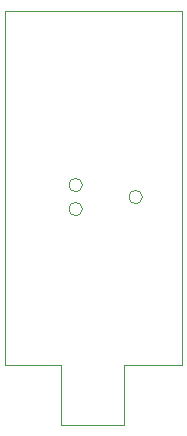
<source format=gbr>
%TF.GenerationSoftware,KiCad,Pcbnew,(6.0.11-0)*%
%TF.CreationDate,2023-03-16T18:41:31-05:00*%
%TF.ProjectId,STEP,53544550-2e6b-4696-9361-645f70636258,rev?*%
%TF.SameCoordinates,Original*%
%TF.FileFunction,Profile,NP*%
%FSLAX46Y46*%
G04 Gerber Fmt 4.6, Leading zero omitted, Abs format (unit mm)*
G04 Created by KiCad (PCBNEW (6.0.11-0)) date 2023-03-16 18:41:31*
%MOMM*%
%LPD*%
G01*
G04 APERTURE LIST*
%TA.AperFunction,Profile*%
%ADD10C,0.100000*%
%TD*%
G04 APERTURE END LIST*
D10*
X105805000Y-124742000D02*
X100838000Y-124714000D01*
X100838000Y-129794000D01*
X95504000Y-129794000D01*
X95504000Y-124714000D01*
X90805000Y-124742000D01*
X90805000Y-94742000D01*
X105805000Y-94742000D01*
X105805000Y-124742000D01*
%TO.C,J2*%
X97341961Y-111506000D02*
G75*
G03*
X97341961Y-111506000I-567961J0D01*
G01*
X97341961Y-109474000D02*
G75*
G03*
X97341961Y-109474000I-567961J0D01*
G01*
X102421961Y-110490000D02*
G75*
G03*
X102421961Y-110490000I-567961J0D01*
G01*
%TD*%
M02*

</source>
